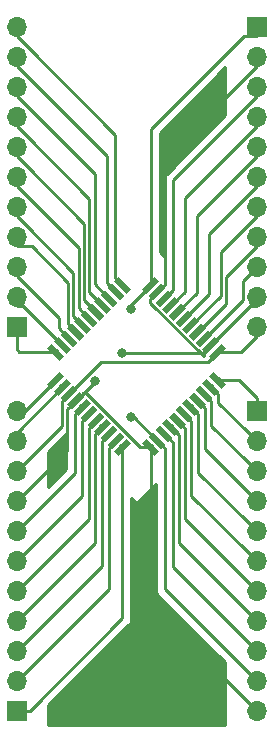
<source format=gbr>
G04 #@! TF.GenerationSoftware,KiCad,Pcbnew,5.1.3-ffb9f22~84~ubuntu18.04.1*
G04 #@! TF.CreationDate,2019-08-13T01:25:41-07:00*
G04 #@! TF.ProjectId,ATmega32U4breakout,41546d65-6761-4333-9255-34627265616b,rev?*
G04 #@! TF.SameCoordinates,Original*
G04 #@! TF.FileFunction,Copper,L1,Top*
G04 #@! TF.FilePolarity,Positive*
%FSLAX46Y46*%
G04 Gerber Fmt 4.6, Leading zero omitted, Abs format (unit mm)*
G04 Created by KiCad (PCBNEW 5.1.3-ffb9f22~84~ubuntu18.04.1) date 2019-08-13 01:25:41*
%MOMM*%
%LPD*%
G04 APERTURE LIST*
%ADD10R,1.700000X1.700000*%
%ADD11O,1.700000X1.700000*%
%ADD12C,0.550000*%
%ADD13C,0.100000*%
%ADD14C,0.800000*%
%ADD15C,0.250000*%
%ADD16C,0.254000*%
G04 APERTURE END LIST*
D10*
X124460000Y-86868000D03*
D11*
X124460000Y-84328000D03*
X124460000Y-81788000D03*
X124460000Y-79248000D03*
X124460000Y-76708000D03*
X124460000Y-74168000D03*
X124460000Y-71628000D03*
X124460000Y-69088000D03*
X124460000Y-66548000D03*
X124460000Y-64008000D03*
X124460000Y-61468000D03*
X124460000Y-93980000D03*
X124460000Y-96520000D03*
X124460000Y-99060000D03*
X124460000Y-101600000D03*
X124460000Y-104140000D03*
X124460000Y-106680000D03*
X124460000Y-109220000D03*
X124460000Y-111760000D03*
X124460000Y-114300000D03*
X124460000Y-116840000D03*
D10*
X124460000Y-119380000D03*
X144780000Y-93980000D03*
D11*
X144780000Y-96520000D03*
X144780000Y-99060000D03*
X144780000Y-101600000D03*
X144780000Y-104140000D03*
X144780000Y-106680000D03*
X144780000Y-109220000D03*
X144780000Y-111760000D03*
X144780000Y-114300000D03*
X144780000Y-116840000D03*
X144780000Y-119380000D03*
X144780000Y-86868000D03*
X144780000Y-84328000D03*
X144780000Y-81788000D03*
X144780000Y-79248000D03*
X144780000Y-76708000D03*
X144780000Y-74168000D03*
X144780000Y-71628000D03*
X144780000Y-69088000D03*
X144780000Y-66548000D03*
X144780000Y-64008000D03*
D10*
X144780000Y-61468000D03*
D12*
X133417918Y-83311064D03*
D13*
G36*
X132693134Y-82975188D02*
G01*
X133082042Y-82586280D01*
X134142702Y-83646940D01*
X133753794Y-84035848D01*
X132693134Y-82975188D01*
X132693134Y-82975188D01*
G37*
D12*
X132852233Y-83876750D03*
D13*
G36*
X132127449Y-83540874D02*
G01*
X132516357Y-83151966D01*
X133577017Y-84212626D01*
X133188109Y-84601534D01*
X132127449Y-83540874D01*
X132127449Y-83540874D01*
G37*
D12*
X132286548Y-84442435D03*
D13*
G36*
X131561764Y-84106559D02*
G01*
X131950672Y-83717651D01*
X133011332Y-84778311D01*
X132622424Y-85167219D01*
X131561764Y-84106559D01*
X131561764Y-84106559D01*
G37*
D12*
X131720862Y-85008120D03*
D13*
G36*
X130996078Y-84672244D02*
G01*
X131384986Y-84283336D01*
X132445646Y-85343996D01*
X132056738Y-85732904D01*
X130996078Y-84672244D01*
X130996078Y-84672244D01*
G37*
D12*
X131155177Y-85573806D03*
D13*
G36*
X130430393Y-85237930D02*
G01*
X130819301Y-84849022D01*
X131879961Y-85909682D01*
X131491053Y-86298590D01*
X130430393Y-85237930D01*
X130430393Y-85237930D01*
G37*
D12*
X130589491Y-86139491D03*
D13*
G36*
X129864707Y-85803615D02*
G01*
X130253615Y-85414707D01*
X131314275Y-86475367D01*
X130925367Y-86864275D01*
X129864707Y-85803615D01*
X129864707Y-85803615D01*
G37*
D12*
X130023806Y-86705177D03*
D13*
G36*
X129299022Y-86369301D02*
G01*
X129687930Y-85980393D01*
X130748590Y-87041053D01*
X130359682Y-87429961D01*
X129299022Y-86369301D01*
X129299022Y-86369301D01*
G37*
D12*
X129458120Y-87270862D03*
D13*
G36*
X128733336Y-86934986D02*
G01*
X129122244Y-86546078D01*
X130182904Y-87606738D01*
X129793996Y-87995646D01*
X128733336Y-86934986D01*
X128733336Y-86934986D01*
G37*
D12*
X128892435Y-87836548D03*
D13*
G36*
X128167651Y-87500672D02*
G01*
X128556559Y-87111764D01*
X129617219Y-88172424D01*
X129228311Y-88561332D01*
X128167651Y-87500672D01*
X128167651Y-87500672D01*
G37*
D12*
X128326750Y-88402233D03*
D13*
G36*
X127601966Y-88066357D02*
G01*
X127990874Y-87677449D01*
X129051534Y-88738109D01*
X128662626Y-89127017D01*
X127601966Y-88066357D01*
X127601966Y-88066357D01*
G37*
D12*
X127761064Y-88967918D03*
D13*
G36*
X127036280Y-88632042D02*
G01*
X127425188Y-88243134D01*
X128485848Y-89303794D01*
X128096940Y-89692702D01*
X127036280Y-88632042D01*
X127036280Y-88632042D01*
G37*
D12*
X127761064Y-91372082D03*
D13*
G36*
X127425188Y-92096866D02*
G01*
X127036280Y-91707958D01*
X128096940Y-90647298D01*
X128485848Y-91036206D01*
X127425188Y-92096866D01*
X127425188Y-92096866D01*
G37*
D12*
X128326750Y-91937767D03*
D13*
G36*
X127990874Y-92662551D02*
G01*
X127601966Y-92273643D01*
X128662626Y-91212983D01*
X129051534Y-91601891D01*
X127990874Y-92662551D01*
X127990874Y-92662551D01*
G37*
D12*
X128892435Y-92503452D03*
D13*
G36*
X128556559Y-93228236D02*
G01*
X128167651Y-92839328D01*
X129228311Y-91778668D01*
X129617219Y-92167576D01*
X128556559Y-93228236D01*
X128556559Y-93228236D01*
G37*
D12*
X129458120Y-93069138D03*
D13*
G36*
X129122244Y-93793922D02*
G01*
X128733336Y-93405014D01*
X129793996Y-92344354D01*
X130182904Y-92733262D01*
X129122244Y-93793922D01*
X129122244Y-93793922D01*
G37*
D12*
X130023806Y-93634823D03*
D13*
G36*
X129687930Y-94359607D02*
G01*
X129299022Y-93970699D01*
X130359682Y-92910039D01*
X130748590Y-93298947D01*
X129687930Y-94359607D01*
X129687930Y-94359607D01*
G37*
D12*
X130589491Y-94200509D03*
D13*
G36*
X130253615Y-94925293D02*
G01*
X129864707Y-94536385D01*
X130925367Y-93475725D01*
X131314275Y-93864633D01*
X130253615Y-94925293D01*
X130253615Y-94925293D01*
G37*
D12*
X131155177Y-94766194D03*
D13*
G36*
X130819301Y-95490978D02*
G01*
X130430393Y-95102070D01*
X131491053Y-94041410D01*
X131879961Y-94430318D01*
X130819301Y-95490978D01*
X130819301Y-95490978D01*
G37*
D12*
X131720862Y-95331880D03*
D13*
G36*
X131384986Y-96056664D02*
G01*
X130996078Y-95667756D01*
X132056738Y-94607096D01*
X132445646Y-94996004D01*
X131384986Y-96056664D01*
X131384986Y-96056664D01*
G37*
D12*
X132286548Y-95897565D03*
D13*
G36*
X131950672Y-96622349D02*
G01*
X131561764Y-96233441D01*
X132622424Y-95172781D01*
X133011332Y-95561689D01*
X131950672Y-96622349D01*
X131950672Y-96622349D01*
G37*
D12*
X132852233Y-96463250D03*
D13*
G36*
X132516357Y-97188034D02*
G01*
X132127449Y-96799126D01*
X133188109Y-95738466D01*
X133577017Y-96127374D01*
X132516357Y-97188034D01*
X132516357Y-97188034D01*
G37*
D12*
X133417918Y-97028936D03*
D13*
G36*
X133082042Y-97753720D02*
G01*
X132693134Y-97364812D01*
X133753794Y-96304152D01*
X134142702Y-96693060D01*
X133082042Y-97753720D01*
X133082042Y-97753720D01*
G37*
D12*
X135822082Y-97028936D03*
D13*
G36*
X135097298Y-96693060D02*
G01*
X135486206Y-96304152D01*
X136546866Y-97364812D01*
X136157958Y-97753720D01*
X135097298Y-96693060D01*
X135097298Y-96693060D01*
G37*
D12*
X136387767Y-96463250D03*
D13*
G36*
X135662983Y-96127374D02*
G01*
X136051891Y-95738466D01*
X137112551Y-96799126D01*
X136723643Y-97188034D01*
X135662983Y-96127374D01*
X135662983Y-96127374D01*
G37*
D12*
X136953452Y-95897565D03*
D13*
G36*
X136228668Y-95561689D02*
G01*
X136617576Y-95172781D01*
X137678236Y-96233441D01*
X137289328Y-96622349D01*
X136228668Y-95561689D01*
X136228668Y-95561689D01*
G37*
D12*
X137519138Y-95331880D03*
D13*
G36*
X136794354Y-94996004D02*
G01*
X137183262Y-94607096D01*
X138243922Y-95667756D01*
X137855014Y-96056664D01*
X136794354Y-94996004D01*
X136794354Y-94996004D01*
G37*
D12*
X138084823Y-94766194D03*
D13*
G36*
X137360039Y-94430318D02*
G01*
X137748947Y-94041410D01*
X138809607Y-95102070D01*
X138420699Y-95490978D01*
X137360039Y-94430318D01*
X137360039Y-94430318D01*
G37*
D12*
X138650509Y-94200509D03*
D13*
G36*
X137925725Y-93864633D02*
G01*
X138314633Y-93475725D01*
X139375293Y-94536385D01*
X138986385Y-94925293D01*
X137925725Y-93864633D01*
X137925725Y-93864633D01*
G37*
D12*
X139216194Y-93634823D03*
D13*
G36*
X138491410Y-93298947D02*
G01*
X138880318Y-92910039D01*
X139940978Y-93970699D01*
X139552070Y-94359607D01*
X138491410Y-93298947D01*
X138491410Y-93298947D01*
G37*
D12*
X139781880Y-93069138D03*
D13*
G36*
X139057096Y-92733262D02*
G01*
X139446004Y-92344354D01*
X140506664Y-93405014D01*
X140117756Y-93793922D01*
X139057096Y-92733262D01*
X139057096Y-92733262D01*
G37*
D12*
X140347565Y-92503452D03*
D13*
G36*
X139622781Y-92167576D02*
G01*
X140011689Y-91778668D01*
X141072349Y-92839328D01*
X140683441Y-93228236D01*
X139622781Y-92167576D01*
X139622781Y-92167576D01*
G37*
D12*
X140913250Y-91937767D03*
D13*
G36*
X140188466Y-91601891D02*
G01*
X140577374Y-91212983D01*
X141638034Y-92273643D01*
X141249126Y-92662551D01*
X140188466Y-91601891D01*
X140188466Y-91601891D01*
G37*
D12*
X141478936Y-91372082D03*
D13*
G36*
X140754152Y-91036206D02*
G01*
X141143060Y-90647298D01*
X142203720Y-91707958D01*
X141814812Y-92096866D01*
X140754152Y-91036206D01*
X140754152Y-91036206D01*
G37*
D12*
X141478936Y-88967918D03*
D13*
G36*
X141143060Y-89692702D02*
G01*
X140754152Y-89303794D01*
X141814812Y-88243134D01*
X142203720Y-88632042D01*
X141143060Y-89692702D01*
X141143060Y-89692702D01*
G37*
D12*
X140913250Y-88402233D03*
D13*
G36*
X140577374Y-89127017D02*
G01*
X140188466Y-88738109D01*
X141249126Y-87677449D01*
X141638034Y-88066357D01*
X140577374Y-89127017D01*
X140577374Y-89127017D01*
G37*
D12*
X140347565Y-87836548D03*
D13*
G36*
X140011689Y-88561332D02*
G01*
X139622781Y-88172424D01*
X140683441Y-87111764D01*
X141072349Y-87500672D01*
X140011689Y-88561332D01*
X140011689Y-88561332D01*
G37*
D12*
X139781880Y-87270862D03*
D13*
G36*
X139446004Y-87995646D02*
G01*
X139057096Y-87606738D01*
X140117756Y-86546078D01*
X140506664Y-86934986D01*
X139446004Y-87995646D01*
X139446004Y-87995646D01*
G37*
D12*
X139216194Y-86705177D03*
D13*
G36*
X138880318Y-87429961D02*
G01*
X138491410Y-87041053D01*
X139552070Y-85980393D01*
X139940978Y-86369301D01*
X138880318Y-87429961D01*
X138880318Y-87429961D01*
G37*
D12*
X138650509Y-86139491D03*
D13*
G36*
X138314633Y-86864275D02*
G01*
X137925725Y-86475367D01*
X138986385Y-85414707D01*
X139375293Y-85803615D01*
X138314633Y-86864275D01*
X138314633Y-86864275D01*
G37*
D12*
X138084823Y-85573806D03*
D13*
G36*
X137748947Y-86298590D02*
G01*
X137360039Y-85909682D01*
X138420699Y-84849022D01*
X138809607Y-85237930D01*
X137748947Y-86298590D01*
X137748947Y-86298590D01*
G37*
D12*
X137519138Y-85008120D03*
D13*
G36*
X137183262Y-85732904D02*
G01*
X136794354Y-85343996D01*
X137855014Y-84283336D01*
X138243922Y-84672244D01*
X137183262Y-85732904D01*
X137183262Y-85732904D01*
G37*
D12*
X136953452Y-84442435D03*
D13*
G36*
X136617576Y-85167219D02*
G01*
X136228668Y-84778311D01*
X137289328Y-83717651D01*
X137678236Y-84106559D01*
X136617576Y-85167219D01*
X136617576Y-85167219D01*
G37*
D12*
X136387767Y-83876750D03*
D13*
G36*
X136051891Y-84601534D02*
G01*
X135662983Y-84212626D01*
X136723643Y-83151966D01*
X137112551Y-83540874D01*
X136051891Y-84601534D01*
X136051891Y-84601534D01*
G37*
D12*
X135822082Y-83311064D03*
D13*
G36*
X135486206Y-84035848D02*
G01*
X135097298Y-83646940D01*
X136157958Y-82586280D01*
X136546866Y-82975188D01*
X135486206Y-84035848D01*
X135486206Y-84035848D01*
G37*
D14*
X133387000Y-89046495D03*
X131064000Y-91440000D03*
X134112000Y-85344000D03*
X134112000Y-94488000D03*
D15*
X124460000Y-88730000D02*
X124460000Y-87630000D01*
X124697918Y-88967918D02*
X124460000Y-88730000D01*
X127761064Y-88967918D02*
X124697918Y-88967918D01*
X125014517Y-85090000D02*
X124460000Y-85090000D01*
X128326750Y-88402233D02*
X125014517Y-85090000D01*
X128892435Y-87836548D02*
X128016000Y-86960113D01*
X128016000Y-86106000D02*
X124460000Y-82550000D01*
X128016000Y-86960113D02*
X128016000Y-86106000D01*
X128813950Y-86626692D02*
X128813950Y-83093950D01*
X129458120Y-87270862D02*
X128813950Y-86626692D01*
X125730000Y-80010000D02*
X124460000Y-80010000D01*
X128813950Y-83093950D02*
X125730000Y-80010000D01*
X125309999Y-78319999D02*
X124460000Y-77470000D01*
X129263960Y-82273960D02*
X125309999Y-78319999D01*
X129263960Y-85945331D02*
X129263960Y-82273960D01*
X130023806Y-86705177D02*
X129263960Y-85945331D01*
X125309999Y-75779999D02*
X124460000Y-74930000D01*
X129713970Y-80183970D02*
X125309999Y-75779999D01*
X129713970Y-85263970D02*
X129713970Y-80183970D01*
X130589491Y-86139491D02*
X129713970Y-85263970D01*
X125309999Y-73239999D02*
X124460000Y-72390000D01*
X130163980Y-78093980D02*
X125309999Y-73239999D01*
X130163980Y-84582609D02*
X130163980Y-78093980D01*
X131155177Y-85573806D02*
X130163980Y-84582609D01*
X125309999Y-70699999D02*
X124460000Y-69850000D01*
X130613990Y-76003990D02*
X125309999Y-70699999D01*
X130613990Y-83901248D02*
X130613990Y-76003990D01*
X131720862Y-85008120D02*
X130613990Y-83901248D01*
X132286548Y-84442435D02*
X131064000Y-83219887D01*
X131064000Y-73914000D02*
X124460000Y-67310000D01*
X131064000Y-83219887D02*
X131064000Y-73914000D01*
X132852233Y-83876750D02*
X132080000Y-83104517D01*
X132080000Y-72390000D02*
X124460000Y-64770000D01*
X132080000Y-83104517D02*
X132080000Y-72390000D01*
X125309999Y-63079999D02*
X124460000Y-62230000D01*
X132816878Y-82710024D02*
X132816878Y-70586878D01*
X132816878Y-70586878D02*
X125309999Y-63079999D01*
X133417918Y-83311064D02*
X132816878Y-82710024D01*
X125153146Y-93980000D02*
X124460000Y-93980000D01*
X127761064Y-91372082D02*
X125153146Y-93980000D01*
X124460000Y-95804517D02*
X124460000Y-96520000D01*
X128326750Y-91937767D02*
X124460000Y-95804517D01*
X143442082Y-88967918D02*
X144780000Y-87630000D01*
X141478936Y-88967918D02*
X143442082Y-88967918D01*
X125309999Y-98210001D02*
X124460000Y-99060000D01*
X128291395Y-95228605D02*
X125309999Y-98210001D01*
X128291395Y-93104492D02*
X128291395Y-95228605D01*
X128892435Y-92503452D02*
X128291395Y-93104492D01*
X129493475Y-91902412D02*
X128892435Y-92503452D01*
X131624392Y-89771495D02*
X129493475Y-91902412D01*
X140675359Y-89771495D02*
X131624392Y-89771495D01*
X141478936Y-88967918D02*
X140675359Y-89771495D01*
X143930001Y-65619999D02*
X144780000Y-64770000D01*
X136988807Y-72561193D02*
X143930001Y-65619999D01*
X136988807Y-83275710D02*
X136988807Y-72561193D01*
X136387767Y-83876750D02*
X136988807Y-83275710D01*
X144225483Y-85090000D02*
X144780000Y-85090000D01*
X140913250Y-88402233D02*
X144225483Y-85090000D01*
X125309999Y-100750001D02*
X124460000Y-101600000D01*
X128741406Y-97318594D02*
X125309999Y-100750001D01*
X128741406Y-93785852D02*
X128741406Y-97318594D01*
X129458120Y-93069138D02*
X128741406Y-93785852D01*
X135822082Y-110422082D02*
X144780000Y-119380000D01*
X135822082Y-97028936D02*
X135822082Y-110422082D01*
X140312210Y-89003273D02*
X140913250Y-88402233D01*
X140312210Y-89321486D02*
X140312210Y-89003273D01*
X135786727Y-84477790D02*
X135786727Y-84796003D01*
X135786727Y-84796003D02*
X140312210Y-89321486D01*
X136387767Y-83876750D02*
X135786727Y-84477790D01*
X130059160Y-92468098D02*
X129458120Y-93069138D01*
X130377375Y-92468098D02*
X130059160Y-92468098D01*
X135822082Y-97028936D02*
X134938213Y-97028936D01*
X134938213Y-97028936D02*
X130377375Y-92468098D01*
X140913250Y-88402233D02*
X140268988Y-89046495D01*
X140268988Y-89046495D02*
X133387000Y-89046495D01*
X131064000Y-91463258D02*
X129458120Y-93069138D01*
X131064000Y-91440000D02*
X131064000Y-91463258D01*
X125309999Y-103290001D02*
X124460000Y-104140000D01*
X129422766Y-99177234D02*
X125309999Y-103290001D01*
X129422766Y-94235863D02*
X129422766Y-99177234D01*
X130023806Y-93634823D02*
X129422766Y-94235863D01*
X125309999Y-105830001D02*
X124460000Y-106680000D01*
X129988451Y-101151549D02*
X125309999Y-105830001D01*
X129988451Y-94801549D02*
X129988451Y-101151549D01*
X130589491Y-94200509D02*
X129988451Y-94801549D01*
X125309999Y-108370001D02*
X124460000Y-109220000D01*
X130554137Y-103125863D02*
X125309999Y-108370001D01*
X130554137Y-95367234D02*
X130554137Y-103125863D01*
X131155177Y-94766194D02*
X130554137Y-95367234D01*
X125309999Y-110910001D02*
X124460000Y-111760000D01*
X131119822Y-95932920D02*
X131119822Y-105100178D01*
X131119822Y-105100178D02*
X125309999Y-110910001D01*
X131720862Y-95331880D02*
X131119822Y-95932920D01*
X125309999Y-113450001D02*
X124460000Y-114300000D01*
X131685508Y-107074492D02*
X125309999Y-113450001D01*
X131685508Y-96498605D02*
X131685508Y-107074492D01*
X132286548Y-95897565D02*
X131685508Y-96498605D01*
X125309999Y-115990001D02*
X124460000Y-116840000D01*
X132251193Y-109048807D02*
X125309999Y-115990001D01*
X132251193Y-97064290D02*
X132251193Y-109048807D01*
X132852233Y-96463250D02*
X132251193Y-97064290D01*
X125560000Y-119380000D02*
X124460000Y-119380000D01*
X133417918Y-111522082D02*
X125560000Y-119380000D01*
X133417918Y-97028936D02*
X133417918Y-111522082D01*
X144780000Y-92880000D02*
X144780000Y-93980000D01*
X143272082Y-91372082D02*
X144780000Y-92880000D01*
X141478936Y-91372082D02*
X143272082Y-91372082D01*
X141514290Y-92538807D02*
X141514290Y-93254290D01*
X143930001Y-95670001D02*
X144780000Y-96520000D01*
X141514290Y-93254290D02*
X143930001Y-95670001D01*
X140913250Y-91937767D02*
X141514290Y-92538807D01*
X143930001Y-98210001D02*
X144780000Y-99060000D01*
X140948605Y-95228605D02*
X143930001Y-98210001D01*
X140948605Y-93104492D02*
X140948605Y-95228605D01*
X140347565Y-92503452D02*
X140948605Y-93104492D01*
X143930001Y-100750001D02*
X144780000Y-101600000D01*
X140382920Y-97202920D02*
X143930001Y-100750001D01*
X140382920Y-93670178D02*
X140382920Y-97202920D01*
X139781880Y-93069138D02*
X140382920Y-93670178D01*
X143930001Y-103290001D02*
X144780000Y-104140000D01*
X139817234Y-99177234D02*
X143930001Y-103290001D01*
X139817234Y-94235863D02*
X139817234Y-99177234D01*
X139216194Y-93634823D02*
X139817234Y-94235863D01*
X143930001Y-105830001D02*
X144780000Y-106680000D01*
X139251549Y-101151549D02*
X143930001Y-105830001D01*
X139251549Y-94801549D02*
X139251549Y-101151549D01*
X138650509Y-94200509D02*
X139251549Y-94801549D01*
X143930001Y-108370001D02*
X144780000Y-109220000D01*
X138685863Y-103125863D02*
X143930001Y-108370001D01*
X138685863Y-95367234D02*
X138685863Y-103125863D01*
X138084823Y-94766194D02*
X138685863Y-95367234D01*
X137519138Y-95331880D02*
X138176000Y-95988742D01*
X138176000Y-105156000D02*
X144780000Y-111760000D01*
X138176000Y-95988742D02*
X138176000Y-105156000D01*
X136953452Y-95897565D02*
X137668000Y-96612113D01*
X137668000Y-107188000D02*
X144780000Y-114300000D01*
X137668000Y-96612113D02*
X137668000Y-107188000D01*
X143680000Y-62230000D02*
X144780000Y-62230000D01*
X135822082Y-70087918D02*
X143680000Y-62230000D01*
X135822082Y-83311064D02*
X135822082Y-70087918D01*
X137496807Y-109556807D02*
X144780000Y-116840000D01*
X136988807Y-109048807D02*
X137496807Y-109556807D01*
X136988807Y-97064290D02*
X136988807Y-109048807D01*
X136387767Y-96463250D02*
X136988807Y-97064290D01*
X135822082Y-83311064D02*
X134112000Y-85021146D01*
X134112000Y-85021146D02*
X134112000Y-85344000D01*
X134412517Y-94488000D02*
X134112000Y-94488000D01*
X136387767Y-96463250D02*
X134412517Y-94488000D01*
X143930001Y-82637999D02*
X144780000Y-81788000D01*
X143604999Y-82963001D02*
X143930001Y-82637999D01*
X143604999Y-84579114D02*
X143604999Y-82963001D01*
X140347565Y-87836548D02*
X143604999Y-84579114D01*
X143930001Y-80859999D02*
X144780000Y-80010000D01*
X142182010Y-82607990D02*
X143930001Y-80859999D01*
X142182010Y-84870732D02*
X142182010Y-82607990D01*
X139781880Y-87270862D02*
X142182010Y-84870732D01*
X139216194Y-86705177D02*
X141732000Y-84189371D01*
X141732000Y-80518000D02*
X144780000Y-77470000D01*
X141732000Y-84189371D02*
X141732000Y-80518000D01*
X138650509Y-86139491D02*
X140716000Y-84074000D01*
X140716000Y-78994000D02*
X144780000Y-74930000D01*
X140716000Y-84074000D02*
X140716000Y-78994000D01*
X138084823Y-85573806D02*
X139700000Y-83958629D01*
X139700000Y-77470000D02*
X144780000Y-72390000D01*
X139700000Y-83958629D02*
X139700000Y-77470000D01*
X137519138Y-85008120D02*
X138684000Y-83843258D01*
X138684000Y-75946000D02*
X144780000Y-69850000D01*
X138684000Y-83843258D02*
X138684000Y-75946000D01*
X136953452Y-84442435D02*
X137668000Y-83727887D01*
X137668000Y-74422000D02*
X144780000Y-67310000D01*
X137668000Y-83727887D02*
X137668000Y-74422000D01*
D16*
G36*
X136228808Y-109011475D02*
G01*
X136225131Y-109048807D01*
X136239805Y-109197792D01*
X136283261Y-109341053D01*
X136353833Y-109473083D01*
X136422544Y-109556807D01*
X136448807Y-109588808D01*
X136477805Y-109612606D01*
X136985804Y-110120606D01*
X136985810Y-110120611D01*
X142113000Y-115247802D01*
X142113000Y-120523000D01*
X127127000Y-120523000D01*
X127127000Y-118887801D01*
X133928921Y-112085881D01*
X133957919Y-112062083D01*
X134052892Y-111946358D01*
X134123464Y-111814329D01*
X134166921Y-111671068D01*
X134177918Y-111559415D01*
X134177918Y-111559406D01*
X134181594Y-111522083D01*
X134177918Y-111484760D01*
X134177918Y-101337524D01*
X134530197Y-101689803D01*
X134549443Y-101705597D01*
X134571399Y-101717333D01*
X134595224Y-101724560D01*
X134620000Y-101727000D01*
X134644776Y-101724560D01*
X134668601Y-101717333D01*
X134690557Y-101705597D01*
X134709803Y-101689803D01*
X136228807Y-100170799D01*
X136228808Y-109011475D01*
X136228808Y-109011475D01*
G37*
X136228808Y-109011475D02*
X136225131Y-109048807D01*
X136239805Y-109197792D01*
X136283261Y-109341053D01*
X136353833Y-109473083D01*
X136422544Y-109556807D01*
X136448807Y-109588808D01*
X136477805Y-109612606D01*
X136985804Y-110120606D01*
X136985810Y-110120611D01*
X142113000Y-115247802D01*
X142113000Y-120523000D01*
X127127000Y-120523000D01*
X127127000Y-118887801D01*
X133928921Y-112085881D01*
X133957919Y-112062083D01*
X134052892Y-111946358D01*
X134123464Y-111814329D01*
X134166921Y-111671068D01*
X134177918Y-111559415D01*
X134177918Y-111559406D01*
X134181594Y-111522083D01*
X134177918Y-111484760D01*
X134177918Y-101337524D01*
X134530197Y-101689803D01*
X134549443Y-101705597D01*
X134571399Y-101717333D01*
X134595224Y-101724560D01*
X134620000Y-101727000D01*
X134644776Y-101724560D01*
X134668601Y-101717333D01*
X134690557Y-101705597D01*
X134709803Y-101689803D01*
X136228807Y-100170799D01*
X136228808Y-109011475D01*
G36*
X128662767Y-98862431D02*
G01*
X127127000Y-100398198D01*
X127127000Y-97467801D01*
X128662766Y-95932036D01*
X128662767Y-98862431D01*
X128662767Y-98862431D01*
G37*
X128662767Y-98862431D02*
X127127000Y-100398198D01*
X127127000Y-97467801D01*
X128662766Y-95932036D01*
X128662767Y-98862431D01*
G36*
X142113000Y-68902198D02*
G01*
X137156998Y-73858201D01*
X137128000Y-73881999D01*
X137104202Y-73910997D01*
X137104201Y-73910998D01*
X137033026Y-73997724D01*
X136962454Y-74129754D01*
X136918998Y-74273015D01*
X136904324Y-74422000D01*
X136908001Y-74459332D01*
X136908000Y-80848394D01*
X136582082Y-80522476D01*
X136582082Y-70402719D01*
X142113000Y-64871802D01*
X142113000Y-68902198D01*
X142113000Y-68902198D01*
G37*
X142113000Y-68902198D02*
X137156998Y-73858201D01*
X137128000Y-73881999D01*
X137104202Y-73910997D01*
X137104201Y-73910998D01*
X137033026Y-73997724D01*
X136962454Y-74129754D01*
X136918998Y-74273015D01*
X136904324Y-74422000D01*
X136908001Y-74459332D01*
X136908000Y-80848394D01*
X136582082Y-80522476D01*
X136582082Y-70402719D01*
X142113000Y-64871802D01*
X142113000Y-68902198D01*
M02*

</source>
